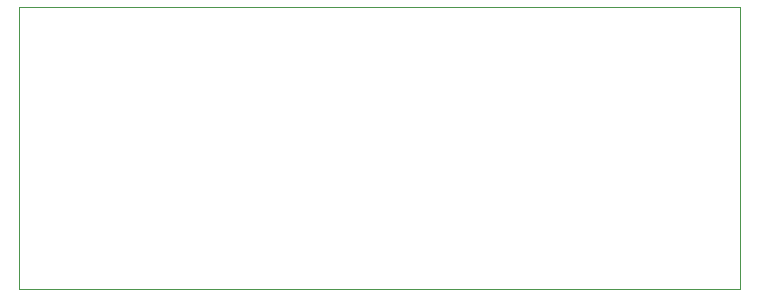
<source format=gm1>
G04 #@! TF.GenerationSoftware,KiCad,Pcbnew,6.0.0-d3dd2cf0fa~116~ubuntu20.04.1*
G04 #@! TF.CreationDate,2021-12-31T11:53:36+00:00*
G04 #@! TF.ProjectId,videopac_composite,76696465-6f70-4616-935f-636f6d706f73,rev?*
G04 #@! TF.SameCoordinates,Original*
G04 #@! TF.FileFunction,Profile,NP*
%FSLAX46Y46*%
G04 Gerber Fmt 4.6, Leading zero omitted, Abs format (unit mm)*
G04 Created by KiCad (PCBNEW 6.0.0-d3dd2cf0fa~116~ubuntu20.04.1) date 2021-12-31 11:53:36*
%MOMM*%
%LPD*%
G01*
G04 APERTURE LIST*
G04 #@! TA.AperFunction,Profile*
%ADD10C,0.100000*%
G04 #@! TD*
G04 APERTURE END LIST*
D10*
X90932000Y-60325000D02*
X29845000Y-60325000D01*
X29845000Y-60325000D02*
X29845000Y-84201000D01*
X29845000Y-84201000D02*
X90932000Y-84201000D01*
X90932000Y-84201000D02*
X90932000Y-60325000D01*
M02*

</source>
